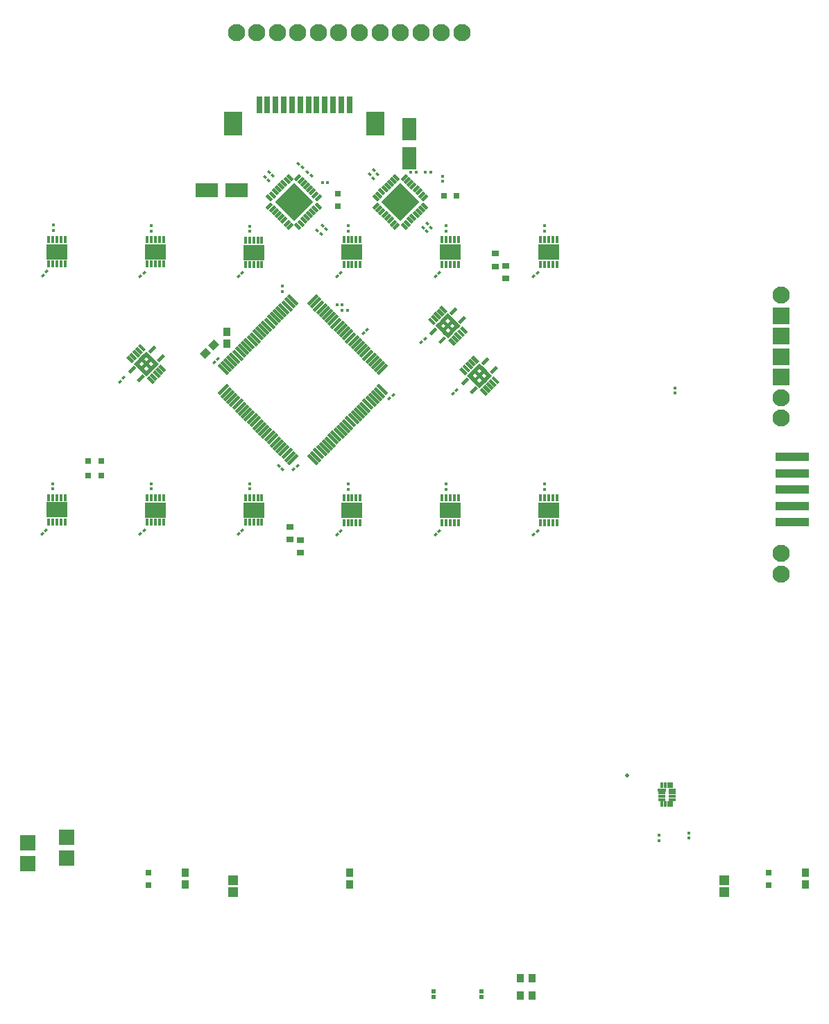
<source format=gts>
G04*
G04 #@! TF.GenerationSoftware,Altium Limited,Altium Designer,25.8.1 (18)*
G04*
G04 Layer_Color=8388736*
%FSLAX25Y25*%
%MOIN*%
G70*
G04*
G04 #@! TF.SameCoordinates,D7B17AD9-CECF-4355-90E1-2D70A65D62F1*
G04*
G04*
G04 #@! TF.FilePolarity,Negative*
G04*
G01*
G75*
%ADD17R,0.01300X0.01600*%
%ADD18R,0.03740X0.03959*%
G04:AMPARAMS|DCode=19|XSize=39.59mil|YSize=37.4mil|CornerRadius=0mil|HoleSize=0mil|Usage=FLASHONLY|Rotation=225.000|XOffset=0mil|YOffset=0mil|HoleType=Round|Shape=Rectangle|*
%AMROTATEDRECTD19*
4,1,4,0.00077,0.02722,0.02722,0.00077,-0.00077,-0.02722,-0.02722,-0.00077,0.00077,0.02722,0.0*
%
%ADD19ROTATEDRECTD19*%

G04:AMPARAMS|DCode=20|XSize=16mil|YSize=13mil|CornerRadius=0mil|HoleSize=0mil|Usage=FLASHONLY|Rotation=135.000|XOffset=0mil|YOffset=0mil|HoleType=Round|Shape=Rectangle|*
%AMROTATEDRECTD20*
4,1,4,0.01025,-0.00106,0.00106,-0.01025,-0.01025,0.00106,-0.00106,0.01025,0.01025,-0.00106,0.0*
%
%ADD20ROTATEDRECTD20*%

%ADD21R,0.01600X0.01300*%
G04:AMPARAMS|DCode=22|XSize=16mil|YSize=13mil|CornerRadius=0mil|HoleSize=0mil|Usage=FLASHONLY|Rotation=225.000|XOffset=0mil|YOffset=0mil|HoleType=Round|Shape=Rectangle|*
%AMROTATEDRECTD22*
4,1,4,0.00106,0.01025,0.01025,0.00106,-0.00106,-0.01025,-0.01025,-0.00106,0.00106,0.01025,0.0*
%
%ADD22ROTATEDRECTD22*%

%ADD28R,0.03200X0.03000*%
%ADD29R,0.02975X0.03150*%
%ADD31R,0.03150X0.02975*%
G04:AMPARAMS|DCode=45|XSize=62.01mil|YSize=15.75mil|CornerRadius=0mil|HoleSize=0mil|Usage=FLASHONLY|Rotation=315.000|XOffset=0mil|YOffset=0mil|HoleType=Round|Shape=Rectangle|*
%AMROTATEDRECTD45*
4,1,4,-0.02749,0.01636,-0.01636,0.02749,0.02749,-0.01636,0.01636,-0.02749,-0.02749,0.01636,0.0*
%
%ADD45ROTATEDRECTD45*%

G04:AMPARAMS|DCode=46|XSize=62.01mil|YSize=15.75mil|CornerRadius=0mil|HoleSize=0mil|Usage=FLASHONLY|Rotation=225.000|XOffset=0mil|YOffset=0mil|HoleType=Round|Shape=Rectangle|*
%AMROTATEDRECTD46*
4,1,4,0.01636,0.02749,0.02749,0.01636,-0.01636,-0.02749,-0.02749,-0.01636,0.01636,0.02749,0.0*
%
%ADD46ROTATEDRECTD46*%

%ADD47R,0.08868X0.11624*%
%ADD48R,0.02962X0.08080*%
%ADD49P,0.00100X4X180.0*%
G04:AMPARAMS|DCode=50|XSize=37.4mil|YSize=15.75mil|CornerRadius=0mil|HoleSize=0mil|Usage=FLASHONLY|Rotation=45.000|XOffset=0mil|YOffset=0mil|HoleType=Round|Shape=Rectangle|*
%AMROTATEDRECTD50*
4,1,4,-0.00766,-0.01879,-0.01879,-0.00766,0.00766,0.01879,0.01879,0.00766,-0.00766,-0.01879,0.0*
%
%ADD50ROTATEDRECTD50*%

%ADD51P,0.18374X4X180.0*%
G04:AMPARAMS|DCode=52|XSize=37.4mil|YSize=15.75mil|CornerRadius=0mil|HoleSize=0mil|Usage=FLASHONLY|Rotation=135.000|XOffset=0mil|YOffset=0mil|HoleType=Round|Shape=Rectangle|*
%AMROTATEDRECTD52*
4,1,4,0.01879,-0.00766,0.00766,-0.01879,-0.01879,0.00766,-0.00766,0.01879,0.01879,-0.00766,0.0*
%
%ADD52ROTATEDRECTD52*%

%ADD53R,0.06693X0.10630*%
%ADD54R,0.04622X0.04898*%
%ADD55R,0.10630X0.06693*%
%ADD56R,0.10158X0.07284*%
%ADD57R,0.01575X0.03543*%
%ADD58R,0.03740X0.01260*%
%ADD59R,0.03937X0.01260*%
%ADD60R,0.03543X0.03937*%
%ADD61R,0.02047X0.02205*%
%ADD62R,0.01260X0.02559*%
%ADD63R,0.16142X0.04331*%
%ADD64C,0.08268*%
%ADD65R,0.08268X0.08268*%
%ADD66R,0.07480X0.07480*%
%ADD67C,0.01968*%
G36*
X430136Y330931D02*
X428968Y329762D01*
X426212Y332518D01*
X427381Y333687D01*
X430136Y330931D01*
D02*
G37*
G36*
X435008Y331716D02*
X432253Y328960D01*
X431084Y330129D01*
X433839Y332885D01*
X435008Y331716D01*
D02*
G37*
G36*
X428745Y329539D02*
X427576Y328370D01*
X424820Y331126D01*
X425989Y332295D01*
X428745Y329539D01*
D02*
G37*
G36*
X431692Y328699D02*
X431692D01*
X432806Y327585D01*
Y327585D01*
X433884Y326507D01*
Y326507D01*
X434998Y325393D01*
X434998D01*
X436376Y324016D01*
X434998Y322638D01*
X434998D01*
X433884Y321525D01*
Y321525D01*
X432806Y320446D01*
Y320446D01*
X431692Y319333D01*
X431692D01*
X430315Y317955D01*
X428937Y319333D01*
X428937D01*
X427824Y320446D01*
Y320446D01*
X426746Y321525D01*
Y321525D01*
X425632Y322638D01*
X425632D01*
X424254Y324016D01*
X425632Y325393D01*
X425632D01*
X426746Y326507D01*
Y326507D01*
X427824Y327585D01*
Y327585D01*
X428937Y328699D01*
X428937D01*
X430315Y330076D01*
X431692Y328699D01*
D02*
G37*
G36*
X427353Y328147D02*
X426184Y326978D01*
X423428Y329734D01*
X424597Y330903D01*
X427353Y328147D01*
D02*
G37*
G36*
X425961Y326755D02*
X424792Y325586D01*
X422036Y328342D01*
X423205Y329511D01*
X425961Y326755D01*
D02*
G37*
G36*
X439184Y327540D02*
X436428Y324784D01*
X435259Y325953D01*
X438015Y328709D01*
X439184Y327540D01*
D02*
G37*
G36*
X424569Y325363D02*
X423400Y324194D01*
X420644Y326950D01*
X421813Y328119D01*
X424569Y325363D01*
D02*
G37*
G36*
X439986Y321082D02*
X438817Y319913D01*
X436061Y322668D01*
X437230Y323837D01*
X439986Y321082D01*
D02*
G37*
G36*
X425371Y322078D02*
X422615Y319322D01*
X421446Y320491D01*
X424201Y323247D01*
X425371Y322078D01*
D02*
G37*
G36*
X438594Y319690D02*
X437425Y318521D01*
X434669Y321276D01*
X435838Y322445D01*
X438594Y319690D01*
D02*
G37*
G36*
X437202Y318298D02*
X436033Y317129D01*
X433277Y319884D01*
X434446Y321053D01*
X437202Y318298D01*
D02*
G37*
G36*
X435810Y316906D02*
X434641Y315737D01*
X431885Y318493D01*
X433054Y319661D01*
X435810Y316906D01*
D02*
G37*
G36*
X429546Y317902D02*
X426791Y315147D01*
X425622Y316316D01*
X428377Y319071D01*
X429546Y317902D01*
D02*
G37*
G36*
X434418Y315514D02*
X433249Y314345D01*
X430493Y317101D01*
X431662Y318269D01*
X434418Y315514D01*
D02*
G37*
G36*
X285255Y312597D02*
X284086Y311428D01*
X281330Y314184D01*
X282499Y315353D01*
X285255Y312597D01*
D02*
G37*
G36*
X290126Y313382D02*
X287371Y310627D01*
X286202Y311795D01*
X288957Y314551D01*
X290126Y313382D01*
D02*
G37*
G36*
X283863Y311205D02*
X282694Y310036D01*
X279938Y312792D01*
X281107Y313961D01*
X283863Y311205D01*
D02*
G37*
G36*
X286810Y310365D02*
D01*
X287924Y309251D01*
X287924Y309251D01*
X289003Y308173D01*
X289003Y308173D01*
X290116Y307060D01*
D01*
X291494Y305682D01*
X290116Y304305D01*
D01*
X289003Y303191D01*
X289003Y303191D01*
X287924Y302113D01*
X287924Y302113D01*
X286810Y300999D01*
D01*
X285433Y299622D01*
X284056Y300999D01*
D01*
X282942Y302113D01*
X282942Y302113D01*
X281864Y303191D01*
X281864Y303191D01*
X280750Y304305D01*
D01*
X279373Y305682D01*
X280750Y307060D01*
D01*
X281864Y308173D01*
X281864Y308173D01*
X282942Y309251D01*
X282942Y309251D01*
X284056Y310365D01*
D01*
X285433Y311742D01*
X286810Y310365D01*
D02*
G37*
G36*
X282471Y309813D02*
X281302Y308644D01*
X278546Y311400D01*
X279715Y312569D01*
X282471Y309813D01*
D02*
G37*
G36*
X281079Y308421D02*
X279910Y307252D01*
X277154Y310008D01*
X278323Y311177D01*
X281079Y308421D01*
D02*
G37*
G36*
X294302Y309206D02*
X291547Y306451D01*
X290377Y307620D01*
X293133Y310375D01*
X294302Y309206D01*
D02*
G37*
G36*
X279687Y307029D02*
X278518Y305860D01*
X275762Y308616D01*
X276931Y309785D01*
X279687Y307029D01*
D02*
G37*
G36*
X445321Y306915D02*
X444152Y305746D01*
X441396Y308502D01*
X442565Y309671D01*
X445321Y306915D01*
D02*
G37*
G36*
X450192Y307700D02*
X447437Y304944D01*
X446268Y306114D01*
X449023Y308869D01*
X450192Y307700D01*
D02*
G37*
G36*
X443929Y305523D02*
X442760Y304354D01*
X440004Y307110D01*
X441173Y308279D01*
X443929Y305523D01*
D02*
G37*
G36*
X446877Y304683D02*
X446877Y304683D01*
X447990Y303570D01*
D01*
X449069Y302491D01*
D01*
X450182Y301378D01*
X450182Y301378D01*
X451560Y300000D01*
X450182Y298622D01*
X450182Y298622D01*
X449069Y297509D01*
D01*
X447990Y296430D01*
D01*
X446877Y295317D01*
X446877Y295317D01*
X445499Y293939D01*
X444122Y295317D01*
X444122Y295317D01*
X443008Y296430D01*
D01*
X441930Y297509D01*
D01*
X440816Y298622D01*
X440816Y298622D01*
X439439Y300000D01*
X440816Y301378D01*
X440816Y301378D01*
X441930Y302491D01*
D01*
X443008Y303570D01*
D01*
X444122Y304683D01*
X444122Y304683D01*
X445499Y306061D01*
X446877Y304683D01*
D02*
G37*
G36*
X442537Y304131D02*
X441368Y302962D01*
X438612Y305718D01*
X439781Y306887D01*
X442537Y304131D01*
D02*
G37*
G36*
X295104Y302748D02*
X293935Y301579D01*
X291179Y304335D01*
X292348Y305504D01*
X295104Y302748D01*
D02*
G37*
G36*
X441145Y302739D02*
X439976Y301570D01*
X437220Y304326D01*
X438389Y305495D01*
X441145Y302739D01*
D02*
G37*
G36*
X280489Y303744D02*
X277733Y300989D01*
X276564Y302158D01*
X279320Y304913D01*
X280489Y303744D01*
D02*
G37*
G36*
X454368Y303524D02*
X451613Y300769D01*
X450444Y301938D01*
X453199Y304693D01*
X454368Y303524D01*
D02*
G37*
G36*
X293712Y301356D02*
X292543Y300187D01*
X289787Y302943D01*
X290956Y304112D01*
X293712Y301356D01*
D02*
G37*
G36*
X439753Y301347D02*
X438584Y300179D01*
X435828Y302934D01*
X436997Y304103D01*
X439753Y301347D01*
D02*
G37*
G36*
X292320Y299964D02*
X291151Y298795D01*
X288395Y301551D01*
X289564Y302720D01*
X292320Y299964D01*
D02*
G37*
G36*
X290928Y298572D02*
X289759Y297403D01*
X287003Y300159D01*
X288172Y301328D01*
X290928Y298572D01*
D02*
G37*
G36*
X284664Y299569D02*
X281909Y296813D01*
X280740Y297982D01*
X283495Y300738D01*
X284664Y299569D01*
D02*
G37*
G36*
X289536Y297180D02*
X288367Y296011D01*
X285612Y298767D01*
X286781Y299936D01*
X289536Y297180D01*
D02*
G37*
G36*
X455170Y297066D02*
X454001Y295897D01*
X451245Y298653D01*
X452414Y299821D01*
X455170Y297066D01*
D02*
G37*
G36*
X440555Y298062D02*
X437799Y295307D01*
X436630Y296476D01*
X439386Y299231D01*
X440555Y298062D01*
D02*
G37*
G36*
X453778Y295674D02*
X452609Y294505D01*
X449853Y297261D01*
X451022Y298430D01*
X453778Y295674D01*
D02*
G37*
G36*
X452386Y294282D02*
X451217Y293113D01*
X448461Y295869D01*
X449630Y297038D01*
X452386Y294282D01*
D02*
G37*
G36*
X450994Y292890D02*
X449825Y291721D01*
X447070Y294477D01*
X448239Y295646D01*
X450994Y292890D01*
D02*
G37*
G36*
X444731Y293886D02*
X441975Y291131D01*
X440806Y292300D01*
X443562Y295056D01*
X444731Y293886D01*
D02*
G37*
G36*
X449602Y291498D02*
X448433Y290329D01*
X445678Y293085D01*
X446847Y294254D01*
X449602Y291498D01*
D02*
G37*
%LPC*%
G36*
X430315Y327321D02*
X429201Y326208D01*
X430315Y325094D01*
X431428Y326208D01*
X430315Y327321D01*
D02*
G37*
G36*
X432507Y325129D02*
X431393Y324016D01*
X432507Y322902D01*
X433621Y324016D01*
X432507Y325129D01*
D02*
G37*
G36*
X428123D02*
X427009Y324016D01*
X428123Y322902D01*
X429237Y324016D01*
X428123Y325129D01*
D02*
G37*
G36*
X430315Y322937D02*
X429201Y321824D01*
X430315Y320710D01*
X431428Y321824D01*
X430315Y322937D01*
D02*
G37*
G36*
X285433Y308988D02*
X284319Y307874D01*
X285433Y306761D01*
X286547Y307874D01*
X285433Y308988D01*
D02*
G37*
G36*
X287625Y306796D02*
X286511Y305682D01*
X287625Y304568D01*
X288739Y305682D01*
X287625Y306796D01*
D02*
G37*
G36*
X283241D02*
X282127Y305682D01*
X283241Y304568D01*
X284355Y305682D01*
X283241Y306796D01*
D02*
G37*
G36*
X285433Y304604D02*
X284319Y303490D01*
X285433Y302376D01*
X286547Y303490D01*
X285433Y304604D01*
D02*
G37*
G36*
X445499Y303306D02*
X444386Y302192D01*
X445499Y301079D01*
X446613Y302192D01*
X445499Y303306D01*
D02*
G37*
G36*
X447691Y301114D02*
X446578Y300000D01*
X447691Y298886D01*
X448805Y300000D01*
X447691Y301114D01*
D02*
G37*
G36*
X443307D02*
X442194Y300000D01*
X443307Y298886D01*
X444421Y300000D01*
X443307Y301114D01*
D02*
G37*
G36*
X445499Y298921D02*
X444386Y297808D01*
X445499Y296694D01*
X446613Y297808D01*
X445499Y298921D01*
D02*
G37*
%LPD*%
D17*
X539370Y291520D02*
D03*
Y294020D02*
D03*
X350787Y342982D02*
D03*
Y340482D02*
D03*
X240528Y245624D02*
D03*
Y248124D02*
D03*
X476803Y369423D02*
D03*
Y371923D02*
D03*
X429559Y369423D02*
D03*
Y371923D02*
D03*
X382315Y369423D02*
D03*
Y371923D02*
D03*
X335039Y369222D02*
D03*
Y371722D02*
D03*
X287748Y369423D02*
D03*
Y371923D02*
D03*
X476803Y245408D02*
D03*
X429559D02*
D03*
X382315D02*
D03*
X531890Y79203D02*
D03*
X546063Y77884D02*
D03*
X240850Y369773D02*
D03*
X335039Y245600D02*
D03*
X287795D02*
D03*
X476803Y247907D02*
D03*
X429559D02*
D03*
X546063Y80384D02*
D03*
X531890Y76703D02*
D03*
X427953Y393238D02*
D03*
X240850Y372273D02*
D03*
X382315Y247907D02*
D03*
X335039Y248100D02*
D03*
X287795D02*
D03*
X427953Y395738D02*
D03*
D18*
X324016Y315245D02*
D03*
Y320976D02*
D03*
X602008Y61318D02*
D03*
Y55587D02*
D03*
X383008Y61318D02*
D03*
Y55587D02*
D03*
X304008Y61318D02*
D03*
Y55587D02*
D03*
D19*
X317774Y314625D02*
D03*
X313722Y310572D02*
D03*
D20*
X350884Y255022D02*
D03*
X349116Y256789D02*
D03*
X420376Y372931D02*
D03*
X422144Y371163D02*
D03*
X418407Y370963D02*
D03*
X420175Y369195D02*
D03*
X358565Y401671D02*
D03*
X360333Y399903D02*
D03*
X364663Y395967D02*
D03*
X362896Y397734D02*
D03*
X367620Y369781D02*
D03*
X369388Y368014D02*
D03*
X370079Y372047D02*
D03*
X371847Y370280D02*
D03*
X346160Y395967D02*
D03*
X344392Y397734D02*
D03*
X344191Y393604D02*
D03*
X342423Y395372D02*
D03*
X394785Y398522D02*
D03*
X392817Y396553D02*
D03*
X396553Y396754D02*
D03*
X394585Y394785D02*
D03*
D21*
X379596Y333858D02*
D03*
X377097D02*
D03*
X381959Y331496D02*
D03*
X379459D02*
D03*
X372510Y392520D02*
D03*
X370010D02*
D03*
X415029Y397638D02*
D03*
X412530D02*
D03*
X422116D02*
D03*
X419616D02*
D03*
D22*
X391435Y322144D02*
D03*
X389667Y320376D02*
D03*
X402266Y288880D02*
D03*
X404034Y290648D02*
D03*
X356203Y255022D02*
D03*
X357970Y256789D02*
D03*
X319781Y307970D02*
D03*
X318014Y306203D02*
D03*
X417620Y316045D02*
D03*
X419388Y317813D02*
D03*
X426112Y349510D02*
D03*
X424344Y347742D02*
D03*
X432677Y291339D02*
D03*
X434445Y293106D02*
D03*
X274506Y298915D02*
D03*
X272738Y297148D02*
D03*
X237081Y225711D02*
D03*
X235313Y223943D02*
D03*
X473356Y349510D02*
D03*
X471589Y347742D02*
D03*
X378868Y349510D02*
D03*
X377100Y347742D02*
D03*
X331592Y349309D02*
D03*
X329825Y347541D02*
D03*
X284301Y349510D02*
D03*
X282533Y347742D02*
D03*
X473356Y225494D02*
D03*
X426112D02*
D03*
X237403Y349860D02*
D03*
X378868Y225494D02*
D03*
X331592Y225687D02*
D03*
X284349D02*
D03*
X471589Y223726D02*
D03*
X235635Y348092D02*
D03*
X424344Y223726D02*
D03*
X377100D02*
D03*
X329825Y223919D02*
D03*
X282581D02*
D03*
D28*
X359449Y215060D02*
D03*
Y221160D02*
D03*
X458268Y346556D02*
D03*
Y352656D02*
D03*
X354331Y221359D02*
D03*
Y227460D02*
D03*
X453150Y352462D02*
D03*
Y358562D02*
D03*
D29*
X263692Y251969D02*
D03*
X257568D02*
D03*
Y259055D02*
D03*
X263692D02*
D03*
X434558Y386221D02*
D03*
X428434D02*
D03*
D31*
X377559Y387314D02*
D03*
Y381190D02*
D03*
X286508Y55391D02*
D03*
X584508Y61515D02*
D03*
Y55391D02*
D03*
X286508Y61515D02*
D03*
D45*
X398875Y293193D02*
D03*
X397483Y291801D02*
D03*
X396091Y290409D02*
D03*
X394699Y289017D02*
D03*
X393307Y287625D02*
D03*
X391915Y286233D02*
D03*
X390523Y284841D02*
D03*
X389131Y283450D02*
D03*
X387739Y282058D02*
D03*
X386347Y280666D02*
D03*
X384956Y279274D02*
D03*
X383564Y277882D02*
D03*
X382172Y276490D02*
D03*
X380780Y275098D02*
D03*
X379388Y273706D02*
D03*
X377996Y272314D02*
D03*
X376604Y270922D02*
D03*
X375212Y269530D02*
D03*
X373820Y268138D02*
D03*
X372428Y266746D02*
D03*
X371036Y265354D02*
D03*
X369644Y263962D02*
D03*
X368252Y262570D02*
D03*
X366860Y261178D02*
D03*
X365468Y259787D02*
D03*
X322385Y302870D02*
D03*
X323777Y304262D02*
D03*
X325169Y305654D02*
D03*
X326561Y307046D02*
D03*
X327953Y308438D02*
D03*
X329345Y309830D02*
D03*
X330737Y311222D02*
D03*
X332129Y312614D02*
D03*
X333520Y314005D02*
D03*
X334912Y315397D02*
D03*
X336304Y316789D02*
D03*
X337696Y318181D02*
D03*
X339088Y319573D02*
D03*
X340480Y320965D02*
D03*
X341872Y322357D02*
D03*
X343264Y323749D02*
D03*
X344656Y325141D02*
D03*
X346048Y326533D02*
D03*
X347440Y327925D02*
D03*
X348832Y329317D02*
D03*
X350224Y330709D02*
D03*
X351616Y332101D02*
D03*
X353008Y333493D02*
D03*
X354400Y334885D02*
D03*
X355791Y336277D02*
D03*
D46*
Y259787D02*
D03*
X354400Y261178D02*
D03*
X353008Y262570D02*
D03*
X351616Y263962D02*
D03*
X350224Y265354D02*
D03*
X348832Y266746D02*
D03*
X347440Y268138D02*
D03*
X346048Y269530D02*
D03*
X344656Y270922D02*
D03*
X343264Y272314D02*
D03*
X340480Y275098D02*
D03*
X337696Y277882D02*
D03*
X336304Y279274D02*
D03*
X334912Y280666D02*
D03*
X333520Y282058D02*
D03*
X332129Y283450D02*
D03*
X330737Y284841D02*
D03*
X329345Y286233D02*
D03*
X327953Y287625D02*
D03*
X326561Y289017D02*
D03*
X325169Y290409D02*
D03*
X365468Y336277D02*
D03*
X366860Y334885D02*
D03*
X368252Y333493D02*
D03*
X369644Y332101D02*
D03*
X371036Y330709D02*
D03*
X372428Y329317D02*
D03*
X373820Y327925D02*
D03*
X375212Y326533D02*
D03*
X376604Y325141D02*
D03*
X377996Y323749D02*
D03*
X379388Y322357D02*
D03*
X380780Y320965D02*
D03*
X382172Y319573D02*
D03*
X383564Y318181D02*
D03*
X384956Y316789D02*
D03*
X386347Y315397D02*
D03*
X387739Y314005D02*
D03*
X389131Y312614D02*
D03*
X390523Y311222D02*
D03*
X391915Y309830D02*
D03*
X393307Y308438D02*
D03*
X394699Y307046D02*
D03*
X396091Y305654D02*
D03*
X397483Y304262D02*
D03*
X398875Y302870D02*
D03*
X322385Y293193D02*
D03*
X323777Y291801D02*
D03*
X341872Y273706D02*
D03*
X339088Y276490D02*
D03*
D47*
X395392Y420900D02*
D03*
X327282D02*
D03*
D48*
X367242Y430152D02*
D03*
X363305D02*
D03*
X359368D02*
D03*
X355431D02*
D03*
X351494D02*
D03*
X347557D02*
D03*
X343620Y430152D02*
D03*
X339683Y430152D02*
D03*
X375116D02*
D03*
X379053D02*
D03*
X371179Y430152D02*
D03*
X382990D02*
D03*
D49*
X285433Y305682D02*
D03*
X445499Y300000D02*
D03*
X430315Y324016D02*
D03*
D50*
X363816Y389589D02*
D03*
X409429Y395157D02*
D03*
X410821Y393765D02*
D03*
X412213Y392373D02*
D03*
X413605Y390981D02*
D03*
X414997Y389589D02*
D03*
X416389Y388197D02*
D03*
X417781Y386805D02*
D03*
X419173Y385413D02*
D03*
X405532Y371772D02*
D03*
X404140Y373164D02*
D03*
X402748Y374556D02*
D03*
X401356Y375948D02*
D03*
X399964Y377340D02*
D03*
X398572Y378732D02*
D03*
X397180Y380124D02*
D03*
X395788Y381516D02*
D03*
X358248Y395157D02*
D03*
X359640Y393765D02*
D03*
X361032Y392373D02*
D03*
X362424Y390981D02*
D03*
X365208Y388197D02*
D03*
X366600Y386805D02*
D03*
X367991Y385413D02*
D03*
X354350Y371772D02*
D03*
X352959Y373164D02*
D03*
X351567Y374556D02*
D03*
X350175Y375948D02*
D03*
X348783Y377340D02*
D03*
X347391Y378732D02*
D03*
X345999Y380124D02*
D03*
X344607Y381516D02*
D03*
D51*
X407480Y383465D02*
D03*
X356299D02*
D03*
D52*
X395788Y385413D02*
D03*
X397180Y386805D02*
D03*
X398572Y388197D02*
D03*
X399964Y389589D02*
D03*
X401356Y390981D02*
D03*
X402748Y392373D02*
D03*
X404140Y393765D02*
D03*
X405532Y395157D02*
D03*
X419173Y381516D02*
D03*
X417781Y380124D02*
D03*
X416389Y378732D02*
D03*
X414997Y377340D02*
D03*
X413605Y375948D02*
D03*
X412213Y374556D02*
D03*
X410821Y373164D02*
D03*
X409429Y371772D02*
D03*
X344607Y385413D02*
D03*
X345999Y386805D02*
D03*
X347391Y388197D02*
D03*
X348783Y389589D02*
D03*
X350175Y390981D02*
D03*
X351567Y392373D02*
D03*
X352959Y393765D02*
D03*
X354350Y395157D02*
D03*
X367991Y381516D02*
D03*
X366600Y380124D02*
D03*
X365208Y378732D02*
D03*
X363816Y377340D02*
D03*
X362424Y375948D02*
D03*
X361032Y374556D02*
D03*
X359640Y373164D02*
D03*
X358248Y371772D02*
D03*
D53*
X411811Y404331D02*
D03*
Y418504D02*
D03*
D54*
X327008Y57811D02*
D03*
Y52095D02*
D03*
X563008D02*
D03*
Y57811D02*
D03*
D55*
X328740Y388976D02*
D03*
X314567D02*
D03*
D56*
X242480Y235524D02*
D03*
X478756Y359323D02*
D03*
X431512D02*
D03*
X384268D02*
D03*
X336992Y359122D02*
D03*
X478756Y235307D02*
D03*
X431512D02*
D03*
X289748Y359516D02*
D03*
X242500D02*
D03*
X384268Y235307D02*
D03*
X336992Y235500D02*
D03*
X289748D02*
D03*
D57*
X238543Y241429D02*
D03*
X240512D02*
D03*
X242480D02*
D03*
X244449D02*
D03*
X246417D02*
D03*
Y229618D02*
D03*
X244449D02*
D03*
X242480D02*
D03*
X240512D02*
D03*
X238543D02*
D03*
X474819Y365228D02*
D03*
X476787D02*
D03*
X478756D02*
D03*
X480724D02*
D03*
X482693D02*
D03*
Y353417D02*
D03*
X480724D02*
D03*
X478756D02*
D03*
X476787D02*
D03*
X474819D02*
D03*
X427575Y365228D02*
D03*
X429543D02*
D03*
X431512D02*
D03*
X433480D02*
D03*
X435449D02*
D03*
Y353417D02*
D03*
X433480D02*
D03*
X431512D02*
D03*
X429543D02*
D03*
X427575D02*
D03*
X380331Y365228D02*
D03*
X382299D02*
D03*
X384268D02*
D03*
X386236D02*
D03*
X388205D02*
D03*
Y353417D02*
D03*
X386236D02*
D03*
X384268D02*
D03*
X382299D02*
D03*
X380331D02*
D03*
X333055Y365028D02*
D03*
X335024D02*
D03*
X336992D02*
D03*
X338961D02*
D03*
X340929D02*
D03*
Y353217D02*
D03*
X338961D02*
D03*
X336992D02*
D03*
X335024D02*
D03*
X333055D02*
D03*
X478756Y241213D02*
D03*
X431512D02*
D03*
X384268D02*
D03*
X242500Y365421D02*
D03*
X336992Y241406D02*
D03*
X289748Y365421D02*
D03*
Y241406D02*
D03*
X480724Y241213D02*
D03*
X433480D02*
D03*
X386236D02*
D03*
X291717Y365421D02*
D03*
X244468D02*
D03*
X338961Y241406D02*
D03*
X291717D02*
D03*
X476787Y229402D02*
D03*
X293685Y365421D02*
D03*
X429543Y229402D02*
D03*
Y241213D02*
D03*
X476787D02*
D03*
X482693D02*
D03*
X474819Y229402D02*
D03*
X388205Y241213D02*
D03*
X382299D02*
D03*
X427575Y229402D02*
D03*
X287779Y365421D02*
D03*
X285811Y353610D02*
D03*
X240531Y365421D02*
D03*
X238563Y353610D02*
D03*
X335024Y241406D02*
D03*
X380331Y229402D02*
D03*
X333055Y229594D02*
D03*
X287779Y241406D02*
D03*
X293685D02*
D03*
X285811Y229594D02*
D03*
X435449Y241213D02*
D03*
X382299Y229402D02*
D03*
X340929Y241406D02*
D03*
X335024Y229594D02*
D03*
X478756Y229402D02*
D03*
X431512D02*
D03*
X246437Y365421D02*
D03*
X289748Y353610D02*
D03*
X287779D02*
D03*
X242500D02*
D03*
X240531D02*
D03*
X384268Y229402D02*
D03*
X336992Y229594D02*
D03*
X289748D02*
D03*
X287779D02*
D03*
X285811Y241406D02*
D03*
X293685Y229594D02*
D03*
X291717D02*
D03*
X333055Y241406D02*
D03*
X340929Y229594D02*
D03*
X338961D02*
D03*
X380331Y241213D02*
D03*
X388205Y229402D02*
D03*
X386236D02*
D03*
X427575Y241213D02*
D03*
X435449Y229402D02*
D03*
X433480D02*
D03*
X474819Y241213D02*
D03*
X482693Y229402D02*
D03*
X480724D02*
D03*
X238563Y365421D02*
D03*
X246437Y353610D02*
D03*
X244468D02*
D03*
X285811Y365421D02*
D03*
X293685Y353610D02*
D03*
X291717D02*
D03*
D58*
X537992Y96457D02*
D03*
X533071Y98032D02*
D03*
X537992Y99606D02*
D03*
X533071D02*
D03*
Y96457D02*
D03*
X537992Y98032D02*
D03*
Y101181D02*
D03*
D59*
X533169D02*
D03*
D60*
X464961Y2362D02*
D03*
X470866Y10630D02*
D03*
Y2362D02*
D03*
X464961Y10630D02*
D03*
D61*
X446508Y4252D02*
D03*
X423508Y1654D02*
D03*
X446508D02*
D03*
X423508Y4252D02*
D03*
D62*
X533169Y94193D02*
D03*
X534744D02*
D03*
X536319D02*
D03*
X537894D02*
D03*
Y103445D02*
D03*
X536319D02*
D03*
X534744D02*
D03*
X533169D02*
D03*
D63*
X595669Y229528D02*
D03*
X595669Y237402D02*
D03*
X595669Y261024D02*
D03*
X595669Y253150D02*
D03*
X595669Y245276D02*
D03*
D64*
X590584Y279641D02*
D03*
X590551Y204724D02*
D03*
Y214567D02*
D03*
Y289370D02*
D03*
X437008Y464567D02*
D03*
X427165D02*
D03*
X417323D02*
D03*
X407480D02*
D03*
X397638D02*
D03*
X387795D02*
D03*
X377953D02*
D03*
X368110D02*
D03*
X358268D02*
D03*
X348425D02*
D03*
X338583D02*
D03*
X328740D02*
D03*
X590551Y338583D02*
D03*
D65*
Y299213D02*
D03*
Y309055D02*
D03*
Y318898D02*
D03*
Y328740D02*
D03*
D66*
X228346Y65591D02*
D03*
X247244Y68504D02*
D03*
X228346Y75590D02*
D03*
X247244Y78504D02*
D03*
D67*
X516535Y107874D02*
D03*
M02*

</source>
